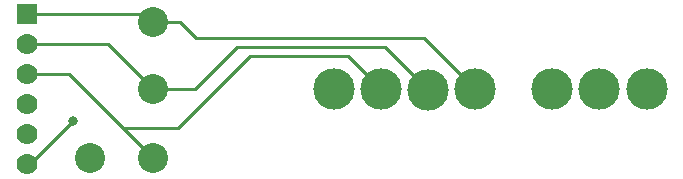
<source format=gtl>
G04 #@! TF.FileFunction,Copper,L1,Top,Signal*
%FSLAX46Y46*%
G04 Gerber Fmt 4.6, Leading zero omitted, Abs format (unit mm)*
G04 Created by KiCad (PCBNEW 4.0.2-1.fc23-product) date Wed 28 Dec 2016 04:25:50 PM CST*
%MOMM*%
G01*
G04 APERTURE LIST*
%ADD10C,0.100000*%
%ADD11R,1.701800X1.701800*%
%ADD12C,1.778000*%
%ADD13C,2.540000*%
%ADD14C,3.500000*%
%ADD15C,0.800000*%
%ADD16C,0.254000*%
%ADD17C,0.250000*%
G04 APERTURE END LIST*
D10*
D11*
X85217000Y-90170000D03*
D12*
X85217000Y-92710000D03*
X85217000Y-95250000D03*
X85217000Y-97790000D03*
X85217000Y-100330000D03*
X85217000Y-102870000D03*
D13*
X95885000Y-90805000D03*
X95885000Y-96520000D03*
X95885000Y-102362000D03*
X90551000Y-102362000D03*
D14*
X111190000Y-96520000D03*
X115190000Y-96520000D03*
X119190000Y-96620000D03*
X123190000Y-96520000D03*
X129690000Y-96520000D03*
X133690000Y-96520000D03*
X137690000Y-96520000D03*
D15*
X89154000Y-99187000D03*
D16*
X95885000Y-90805000D02*
X98171000Y-90805000D01*
X118872000Y-92202000D02*
X123190000Y-96520000D01*
X99568000Y-92202000D02*
X118872000Y-92202000D01*
X98171000Y-90805000D02*
X99568000Y-92202000D01*
X85217000Y-90170000D02*
X95250000Y-90170000D01*
X95250000Y-90170000D02*
X95885000Y-90805000D01*
X95885000Y-96520000D02*
X99441000Y-96520000D01*
X115534000Y-92964000D02*
X119190000Y-96620000D01*
X102997000Y-92964000D02*
X115534000Y-92964000D01*
X99441000Y-96520000D02*
X102997000Y-92964000D01*
X85217000Y-92710000D02*
X92075000Y-92710000D01*
X92075000Y-92710000D02*
X95885000Y-96520000D01*
X93345000Y-99822000D02*
X98044000Y-99822000D01*
X112396000Y-93726000D02*
X115190000Y-96520000D01*
X104140000Y-93726000D02*
X112396000Y-93726000D01*
X98044000Y-99822000D02*
X104140000Y-93726000D01*
X85217000Y-95250000D02*
X88773000Y-95250000D01*
X88773000Y-95250000D02*
X93345000Y-99822000D01*
X93345000Y-99822000D02*
X95885000Y-102362000D01*
D17*
X95885000Y-102362000D02*
X95885000Y-102235000D01*
D16*
X85217000Y-102870000D02*
X85471000Y-102870000D01*
X85471000Y-102870000D02*
X89154000Y-99187000D01*
M02*

</source>
